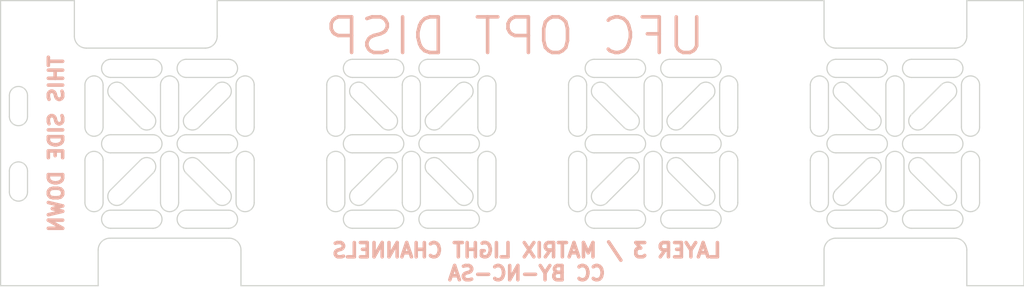
<source format=kicad_pcb>
(kicad_pcb (version 20171130) (host pcbnew "(5.1.4)-1")

  (general
    (thickness 1.6)
    (drawings 295)
    (tracks 0)
    (zones 0)
    (modules 0)
    (nets 1)
  )

  (page A4)
  (layers
    (0 F.Cu signal)
    (31 B.Cu signal)
    (32 B.Adhes user)
    (33 F.Adhes user)
    (34 B.Paste user)
    (35 F.Paste user)
    (36 B.SilkS user)
    (37 F.SilkS user)
    (38 B.Mask user)
    (39 F.Mask user)
    (40 Dwgs.User user)
    (41 Cmts.User user)
    (42 Eco1.User user)
    (43 Eco2.User user)
    (44 Edge.Cuts user)
    (45 Margin user)
    (46 B.CrtYd user)
    (47 F.CrtYd user)
    (48 B.Fab user)
    (49 F.Fab user)
  )

  (setup
    (last_trace_width 0.25)
    (user_trace_width 0.1524)
    (user_trace_width 0.2032)
    (user_trace_width 0.3048)
    (user_trace_width 0.4572)
    (user_trace_width 0.1524)
    (user_trace_width 0.2032)
    (user_trace_width 0.3048)
    (user_trace_width 0.4572)
    (trace_clearance 0.2)
    (zone_clearance 0.508)
    (zone_45_only no)
    (trace_min 0.127)
    (via_size 0.8)
    (via_drill 0.4)
    (via_min_size 0.45)
    (via_min_drill 0.2)
    (user_via 0.45 0.2)
    (user_via 0.45 0.2)
    (uvia_size 0.3)
    (uvia_drill 0.1)
    (uvias_allowed no)
    (uvia_min_size 0.2)
    (uvia_min_drill 0.1)
    (edge_width 0.05)
    (segment_width 0.2)
    (pcb_text_width 0.3)
    (pcb_text_size 1.5 1.5)
    (mod_edge_width 0.12)
    (mod_text_size 1 1)
    (mod_text_width 0.15)
    (pad_size 0.59 0.64)
    (pad_drill 0)
    (pad_to_mask_clearance 0.051)
    (solder_mask_min_width 0.25)
    (aux_axis_origin 101.195 67.75)
    (grid_origin 101.195 67.75)
    (visible_elements 7FFFF7DF)
    (pcbplotparams
      (layerselection 0x010fc_ffffffff)
      (usegerberextensions false)
      (usegerberattributes false)
      (usegerberadvancedattributes false)
      (creategerberjobfile false)
      (excludeedgelayer true)
      (linewidth 0.100000)
      (plotframeref false)
      (viasonmask false)
      (mode 1)
      (useauxorigin false)
      (hpglpennumber 1)
      (hpglpenspeed 20)
      (hpglpendiameter 15.000000)
      (psnegative false)
      (psa4output false)
      (plotreference true)
      (plotvalue true)
      (plotinvisibletext false)
      (padsonsilk false)
      (subtractmaskfromsilk false)
      (outputformat 1)
      (mirror false)
      (drillshape 0)
      (scaleselection 1)
      (outputdirectory "gerber"))
  )

  (net 0 "")

  (net_class Default "This is the default net class."
    (clearance 0.2)
    (trace_width 0.25)
    (via_dia 0.8)
    (via_drill 0.4)
    (uvia_dia 0.3)
    (uvia_drill 0.1)
  )

  (gr_line (start 105.8185 70.9835) (end 107.5965 70.9835) (layer Edge.Cuts) (width 0.05) (tstamp 5FB8B231))
  (gr_line (start 107.5965 70.2215) (end 105.8185 70.2215) (layer Edge.Cuts) (width 0.05) (tstamp 5FB8B230))
  (gr_line (start 101.195 79.75) (end 105.295 79.75) (layer Edge.Cuts) (width 0.05) (tstamp 5FB8AE9A))
  (gr_line (start 144.195 79.75) (end 141.795 79.75) (layer Edge.Cuts) (width 0.05) (tstamp 5FB8AE99))
  (gr_line (start 135.795 79.75) (end 111.295 79.75) (layer Edge.Cuts) (width 0.05) (tstamp 5FB8AE98))
  (gr_line (start 105.295 79.75) (end 105.295 78.25) (layer Edge.Cuts) (width 0.05) (tstamp 5FB8AE97))
  (gr_line (start 111.295 78.25) (end 111.295 79.75) (layer Edge.Cuts) (width 0.05) (tstamp 5FB8AE96))
  (gr_line (start 135.795 67.75) (end 110.295 67.75) (layer Edge.Cuts) (width 0.05) (tstamp 5FB8AE95))
  (gr_arc (start 141.295 78.25) (end 141.795 78.25) (angle -90) (layer Edge.Cuts) (width 0.05) (tstamp 5FB8AE94))
  (gr_line (start 104.295 67.75) (end 104.295 69.25) (layer Edge.Cuts) (width 0.05) (tstamp 5FB8AE93))
  (gr_arc (start 110.795 78.25) (end 111.295 78.25) (angle -90) (layer Edge.Cuts) (width 0.05) (tstamp 5FB8AE92))
  (gr_arc (start 109.795 69.25) (end 109.795 69.75) (angle -90) (layer Edge.Cuts) (width 0.05) (tstamp 5FB8AE91))
  (gr_arc (start 136.295 78.25) (end 136.295 77.75) (angle -90) (layer Edge.Cuts) (width 0.05) (tstamp 5FB8AE90))
  (gr_line (start 141.795 78.25) (end 141.795 79.75) (layer Edge.Cuts) (width 0.05) (tstamp 5FB8AE8F))
  (gr_arc (start 136.295 69.25) (end 135.795 69.25) (angle -90) (layer Edge.Cuts) (width 0.05) (tstamp 5FB8AE8E))
  (gr_line (start 135.795 79.75) (end 135.795 78.25) (layer Edge.Cuts) (width 0.05) (tstamp 5FB8AE8D))
  (gr_line (start 104.295 67.75) (end 101.195 67.75) (layer Edge.Cuts) (width 0.05) (tstamp 5FB8AE8C))
  (gr_line (start 104.795 69.75) (end 109.795 69.75) (layer Edge.Cuts) (width 0.05) (tstamp 5FB8AE8B))
  (gr_arc (start 141.295 69.25) (end 141.295 69.75) (angle -90) (layer Edge.Cuts) (width 0.05) (tstamp 5FB8AE8A))
  (gr_arc (start 105.795 78.25) (end 105.795 77.75) (angle -90) (layer Edge.Cuts) (width 0.05) (tstamp 5FB8AE89))
  (gr_line (start 105.795 77.75) (end 110.795 77.75) (layer Edge.Cuts) (width 0.05) (tstamp 5FB8AE88))
  (gr_arc (start 104.795 69.25) (end 104.295 69.25) (angle -90) (layer Edge.Cuts) (width 0.05) (tstamp 5FB8AE87))
  (gr_line (start 110.295 69.25) (end 110.295 67.75) (layer Edge.Cuts) (width 0.05) (tstamp 5FB8AE86))
  (gr_line (start 101.195 67.75) (end 101.195 79.75) (layer Edge.Cuts) (width 0.05) (tstamp 5FB8AE85))
  (gr_line (start 141.795 69.25) (end 141.795 67.75) (layer Edge.Cuts) (width 0.05) (tstamp 5FB8AE84))
  (gr_line (start 144.195 79.75) (end 144.195 67.75) (layer Edge.Cuts) (width 0.05) (tstamp 5FB8AE83))
  (gr_line (start 135.795 67.75) (end 135.795 69.25) (layer Edge.Cuts) (width 0.05) (tstamp 5FB8AE82))
  (gr_line (start 144.195 67.75) (end 141.795 67.75) (layer Edge.Cuts) (width 0.05) (tstamp 5FB8AE81))
  (gr_line (start 136.295 69.75) (end 141.295 69.75) (layer Edge.Cuts) (width 0.05) (tstamp 5FB8AE80))
  (gr_line (start 141.295 77.75) (end 136.295 77.75) (layer Edge.Cuts) (width 0.05) (tstamp 5FB8AE7F))
  (gr_text "THIS SIDE DOWN" (at 103.5325 73.7775 90) (layer B.SilkS) (tstamp 5FB8AB23)
    (effects (font (size 0.6 0.6) (thickness 0.15)) (justify mirror))
  )
  (gr_arc (start 101.945 74.9205) (end 102.326 74.9205) (angle -180) (layer Edge.Cuts) (width 0.05) (tstamp 5FB8A2E0))
  (gr_arc (start 101.945 75.8095) (end 101.564 75.8095) (angle -180) (layer Edge.Cuts) (width 0.05) (tstamp 5FB8A2DF))
  (gr_line (start 101.564 74.9205) (end 101.564 75.8095) (layer Edge.Cuts) (width 0.05) (tstamp 5FB8A2DE))
  (gr_line (start 102.326 74.9205) (end 102.326 75.8095) (layer Edge.Cuts) (width 0.05) (tstamp 5FB8A2DD))
  (gr_line (start 101.564 71.7455) (end 101.564 72.6345) (layer Edge.Cuts) (width 0.05) (tstamp 5FB8A2D6))
  (gr_line (start 102.326 71.7455) (end 102.326 72.6345) (layer Edge.Cuts) (width 0.05) (tstamp 5FB8A2D5))
  (gr_arc (start 101.945 72.6345) (end 101.564 72.6345) (angle -180) (layer Edge.Cuts) (width 0.05))
  (gr_arc (start 101.945 71.7455) (end 102.326 71.7455) (angle -180) (layer Edge.Cuts) (width 0.05))
  (gr_arc (start 141.95 73.079) (end 141.569 73.079) (angle -180) (layer Edge.Cuts) (width 0.05) (tstamp 5FB8A214))
  (gr_line (start 142.331 73.079) (end 142.331 71.301) (layer Edge.Cuts) (width 0.05) (tstamp 5FB8A213))
  (gr_line (start 139.156 73.079) (end 139.156 71.301) (layer Edge.Cuts) (width 0.05) (tstamp 5FB8A212))
  (gr_arc (start 135.6 73.079) (end 135.219 73.079) (angle -180) (layer Edge.Cuts) (width 0.05) (tstamp 5FB8A211))
  (gr_arc (start 135.6 74.476) (end 135.981 74.476) (angle -180) (layer Edge.Cuts) (width 0.05) (tstamp 5FB8A210))
  (gr_arc (start 138.775 76.254) (end 138.394 76.254) (angle -180) (layer Edge.Cuts) (width 0.05) (tstamp 5FB8A20F))
  (gr_line (start 138.394 74.476) (end 138.394 76.254) (layer Edge.Cuts) (width 0.05) (tstamp 5FB8A20E))
  (gr_line (start 141.569 74.476) (end 141.569 76.254) (layer Edge.Cuts) (width 0.05) (tstamp 5FB8A20D))
  (gr_line (start 135.981 76.254) (end 135.981 74.476) (layer Edge.Cuts) (width 0.05) (tstamp 5FB8A20C))
  (gr_arc (start 141.95 76.254) (end 141.569 76.254) (angle -180) (layer Edge.Cuts) (width 0.05) (tstamp 5FB8A20B))
  (gr_arc (start 141.95 74.476) (end 142.331 74.476) (angle -180) (layer Edge.Cuts) (width 0.05) (tstamp 5FB8A20A))
  (gr_line (start 135.219 71.301) (end 135.219 73.079) (layer Edge.Cuts) (width 0.05) (tstamp 5FB8A209))
  (gr_arc (start 135.6 71.301) (end 135.981 71.301) (angle -180) (layer Edge.Cuts) (width 0.05) (tstamp 5FB8A208))
  (gr_line (start 135.981 73.079) (end 135.981 71.301) (layer Edge.Cuts) (width 0.05) (tstamp 5FB8A207))
  (gr_arc (start 138.775 74.476) (end 139.156 74.476) (angle -180) (layer Edge.Cuts) (width 0.05) (tstamp 5FB8A206))
  (gr_arc (start 138.775 71.301) (end 139.156 71.301) (angle -180) (layer Edge.Cuts) (width 0.05) (tstamp 5FB8A205))
  (gr_line (start 141.569 71.301) (end 141.569 73.079) (layer Edge.Cuts) (width 0.05) (tstamp 5FB8A204))
  (gr_line (start 142.331 76.254) (end 142.331 74.476) (layer Edge.Cuts) (width 0.05) (tstamp 5FB8A203))
  (gr_line (start 138.394 71.301) (end 138.394 73.079) (layer Edge.Cuts) (width 0.05) (tstamp 5FB8A202))
  (gr_line (start 139.156 76.254) (end 139.156 74.476) (layer Edge.Cuts) (width 0.05) (tstamp 5FB8A201))
  (gr_arc (start 138.775 73.079) (end 138.394 73.079) (angle -180) (layer Edge.Cuts) (width 0.05) (tstamp 5FB8A200))
  (gr_arc (start 141.95 71.301) (end 142.331 71.301) (angle -180) (layer Edge.Cuts) (width 0.05) (tstamp 5FB8A1FF))
  (gr_arc (start 139.733882 74.736382) (end 140.00329 74.466974) (angle -180) (layer Edge.Cuts) (width 0.05) (tstamp 5FB8A1FE))
  (gr_line (start 136.289474 71.83079) (end 137.54671 73.088026) (layer Edge.Cuts) (width 0.05) (tstamp 5FB8A1FD))
  (gr_line (start 137.54671 74.466974) (end 136.289474 75.72421) (layer Edge.Cuts) (width 0.05) (tstamp 5FB8A1FC))
  (gr_line (start 140.72171 71.291974) (end 139.464474 72.54921) (layer Edge.Cuts) (width 0.05) (tstamp 5FB8A1FB))
  (gr_line (start 139.4735 74.1585) (end 141.2515 74.1585) (layer Edge.Cuts) (width 0.05) (tstamp 5FB8A1FA))
  (gr_line (start 139.464474 75.00579) (end 140.72171 76.263026) (layer Edge.Cuts) (width 0.05) (tstamp 5FB8A1F9))
  (gr_line (start 136.2985 77.3335) (end 138.0765 77.3335) (layer Edge.Cuts) (width 0.05) (tstamp 5FB8A1F8))
  (gr_arc (start 136.2985 73.7775) (end 136.2985 73.3965) (angle -180) (layer Edge.Cuts) (width 0.05) (tstamp 5FB8A1F7))
  (gr_arc (start 137.816118 74.736382) (end 138.085526 75.00579) (angle -180) (layer Edge.Cuts) (width 0.05) (tstamp 5FB8A1F6))
  (gr_arc (start 141.2515 73.7775) (end 141.2515 74.1585) (angle -180) (layer Edge.Cuts) (width 0.05) (tstamp 5FB8A1F5))
  (gr_arc (start 139.733882 72.818618) (end 139.464474 72.54921) (angle -180) (layer Edge.Cuts) (width 0.05) (tstamp 5FB8A1F4))
  (gr_arc (start 140.991118 71.561382) (end 141.260526 71.83079) (angle -180) (layer Edge.Cuts) (width 0.05) (tstamp 5FB8A1F3))
  (gr_arc (start 135.6 76.254) (end 135.219 76.254) (angle -180) (layer Edge.Cuts) (width 0.05) (tstamp 5FB8A1F2))
  (gr_arc (start 138.0765 73.7775) (end 138.0765 74.1585) (angle -180) (layer Edge.Cuts) (width 0.05) (tstamp 5FB8A1F1))
  (gr_arc (start 141.2515 76.9525) (end 141.2515 77.3335) (angle -180) (layer Edge.Cuts) (width 0.05) (tstamp 5FB8A1F0))
  (gr_line (start 141.2515 73.3965) (end 139.4735 73.3965) (layer Edge.Cuts) (width 0.05) (tstamp 5FB8A1EF))
  (gr_line (start 139.4735 77.3335) (end 141.2515 77.3335) (layer Edge.Cuts) (width 0.05) (tstamp 5FB8A1EE))
  (gr_arc (start 136.2985 70.6025) (end 136.2985 70.2215) (angle -180) (layer Edge.Cuts) (width 0.05) (tstamp 5FB8A1ED))
  (gr_line (start 138.085526 72.54921) (end 136.82829 71.291974) (layer Edge.Cuts) (width 0.05) (tstamp 5FB8A1EC))
  (gr_line (start 141.2515 76.5715) (end 139.4735 76.5715) (layer Edge.Cuts) (width 0.05) (tstamp 5FB8A1EB))
  (gr_arc (start 138.0765 76.9525) (end 138.0765 77.3335) (angle -180) (layer Edge.Cuts) (width 0.05) (tstamp 5FB8A1EA))
  (gr_line (start 138.0765 73.3965) (end 136.2985 73.3965) (layer Edge.Cuts) (width 0.05) (tstamp 5FB8A1E9))
  (gr_line (start 139.4735 70.9835) (end 141.2515 70.9835) (layer Edge.Cuts) (width 0.05) (tstamp 5FB8A1E8))
  (gr_arc (start 136.2985 76.9525) (end 136.2985 76.5715) (angle -180) (layer Edge.Cuts) (width 0.05) (tstamp 5FB8A1E7))
  (gr_line (start 138.0765 76.5715) (end 136.2985 76.5715) (layer Edge.Cuts) (width 0.05) (tstamp 5FB8A1E6))
  (gr_line (start 141.260526 75.72421) (end 140.00329 74.466974) (layer Edge.Cuts) (width 0.05) (tstamp 5FB8A1E5))
  (gr_arc (start 136.558882 71.561382) (end 136.82829 71.291974) (angle -180) (layer Edge.Cuts) (width 0.05) (tstamp 5FB8A1E4))
  (gr_arc (start 138.0765 70.6025) (end 138.0765 70.9835) (angle -180) (layer Edge.Cuts) (width 0.05) (tstamp 5FB8A1E3))
  (gr_line (start 136.2985 74.1585) (end 138.0765 74.1585) (layer Edge.Cuts) (width 0.05) (tstamp 5FB8A1E2))
  (gr_arc (start 136.558882 75.993618) (end 136.289474 75.72421) (angle -180) (layer Edge.Cuts) (width 0.05) (tstamp 5FB8A1E1))
  (gr_arc (start 141.2515 70.6025) (end 141.2515 70.9835) (angle -180) (layer Edge.Cuts) (width 0.05) (tstamp 5FB8A1E0))
  (gr_arc (start 140.991118 75.993618) (end 140.72171 76.263026) (angle -180) (layer Edge.Cuts) (width 0.05) (tstamp 5FB8A1DF))
  (gr_arc (start 137.816118 72.818618) (end 137.54671 73.088026) (angle -180) (layer Edge.Cuts) (width 0.05) (tstamp 5FB8A1DE))
  (gr_line (start 141.2515 70.2215) (end 139.4735 70.2215) (layer Edge.Cuts) (width 0.05) (tstamp 5FB8A1DD))
  (gr_line (start 138.0765 70.2215) (end 136.2985 70.2215) (layer Edge.Cuts) (width 0.05) (tstamp 5FB8A1DC))
  (gr_arc (start 139.4735 73.7775) (end 139.4735 73.3965) (angle -180) (layer Edge.Cuts) (width 0.05) (tstamp 5FB8A1DB))
  (gr_line (start 136.2985 70.9835) (end 138.0765 70.9835) (layer Edge.Cuts) (width 0.05) (tstamp 5FB8A1DA))
  (gr_line (start 135.219 74.476) (end 135.219 76.254) (layer Edge.Cuts) (width 0.05) (tstamp 5FB8A1D9))
  (gr_arc (start 139.4735 76.9525) (end 139.4735 76.5715) (angle -180) (layer Edge.Cuts) (width 0.05) (tstamp 5FB8A1D8))
  (gr_line (start 140.00329 73.088026) (end 141.260526 71.83079) (layer Edge.Cuts) (width 0.05) (tstamp 5FB8A1D7))
  (gr_line (start 136.82829 76.263026) (end 138.085526 75.00579) (layer Edge.Cuts) (width 0.05) (tstamp 5FB8A1D6))
  (gr_arc (start 139.4735 70.6025) (end 139.4735 70.2215) (angle -180) (layer Edge.Cuts) (width 0.05) (tstamp 5FB8A1D5))
  (gr_arc (start 131.79 73.079) (end 131.409 73.079) (angle -180) (layer Edge.Cuts) (width 0.05) (tstamp 5FB8A214))
  (gr_line (start 132.171 73.079) (end 132.171 71.301) (layer Edge.Cuts) (width 0.05) (tstamp 5FB8A213))
  (gr_line (start 128.996 73.079) (end 128.996 71.301) (layer Edge.Cuts) (width 0.05) (tstamp 5FB8A212))
  (gr_arc (start 125.44 73.079) (end 125.059 73.079) (angle -180) (layer Edge.Cuts) (width 0.05) (tstamp 5FB8A211))
  (gr_arc (start 125.44 74.476) (end 125.821 74.476) (angle -180) (layer Edge.Cuts) (width 0.05) (tstamp 5FB8A210))
  (gr_arc (start 128.615 76.254) (end 128.234 76.254) (angle -180) (layer Edge.Cuts) (width 0.05) (tstamp 5FB8A20F))
  (gr_line (start 128.234 74.476) (end 128.234 76.254) (layer Edge.Cuts) (width 0.05) (tstamp 5FB8A20E))
  (gr_line (start 131.409 74.476) (end 131.409 76.254) (layer Edge.Cuts) (width 0.05) (tstamp 5FB8A20D))
  (gr_line (start 125.821 76.254) (end 125.821 74.476) (layer Edge.Cuts) (width 0.05) (tstamp 5FB8A20C))
  (gr_arc (start 131.79 76.254) (end 131.409 76.254) (angle -180) (layer Edge.Cuts) (width 0.05) (tstamp 5FB8A20B))
  (gr_arc (start 131.79 74.476) (end 132.171 74.476) (angle -180) (layer Edge.Cuts) (width 0.05) (tstamp 5FB8A20A))
  (gr_line (start 125.059 71.301) (end 125.059 73.079) (layer Edge.Cuts) (width 0.05) (tstamp 5FB8A209))
  (gr_arc (start 125.44 71.301) (end 125.821 71.301) (angle -180) (layer Edge.Cuts) (width 0.05) (tstamp 5FB8A208))
  (gr_line (start 125.821 73.079) (end 125.821 71.301) (layer Edge.Cuts) (width 0.05) (tstamp 5FB8A207))
  (gr_arc (start 128.615 74.476) (end 128.996 74.476) (angle -180) (layer Edge.Cuts) (width 0.05) (tstamp 5FB8A206))
  (gr_arc (start 128.615 71.301) (end 128.996 71.301) (angle -180) (layer Edge.Cuts) (width 0.05) (tstamp 5FB8A205))
  (gr_line (start 131.409 71.301) (end 131.409 73.079) (layer Edge.Cuts) (width 0.05) (tstamp 5FB8A204))
  (gr_line (start 132.171 76.254) (end 132.171 74.476) (layer Edge.Cuts) (width 0.05) (tstamp 5FB8A203))
  (gr_line (start 128.234 71.301) (end 128.234 73.079) (layer Edge.Cuts) (width 0.05) (tstamp 5FB8A202))
  (gr_line (start 128.996 76.254) (end 128.996 74.476) (layer Edge.Cuts) (width 0.05) (tstamp 5FB8A201))
  (gr_arc (start 128.615 73.079) (end 128.234 73.079) (angle -180) (layer Edge.Cuts) (width 0.05) (tstamp 5FB8A200))
  (gr_arc (start 131.79 71.301) (end 132.171 71.301) (angle -180) (layer Edge.Cuts) (width 0.05) (tstamp 5FB8A1FF))
  (gr_arc (start 129.573882 74.736382) (end 129.84329 74.466974) (angle -180) (layer Edge.Cuts) (width 0.05) (tstamp 5FB8A1FE))
  (gr_line (start 126.129474 71.83079) (end 127.38671 73.088026) (layer Edge.Cuts) (width 0.05) (tstamp 5FB8A1FD))
  (gr_line (start 127.38671 74.466974) (end 126.129474 75.72421) (layer Edge.Cuts) (width 0.05) (tstamp 5FB8A1FC))
  (gr_line (start 130.56171 71.291974) (end 129.304474 72.54921) (layer Edge.Cuts) (width 0.05) (tstamp 5FB8A1FB))
  (gr_line (start 129.3135 74.1585) (end 131.0915 74.1585) (layer Edge.Cuts) (width 0.05) (tstamp 5FB8A1FA))
  (gr_line (start 129.304474 75.00579) (end 130.56171 76.263026) (layer Edge.Cuts) (width 0.05) (tstamp 5FB8A1F9))
  (gr_line (start 126.1385 77.3335) (end 127.9165 77.3335) (layer Edge.Cuts) (width 0.05) (tstamp 5FB8A1F8))
  (gr_arc (start 126.1385 73.7775) (end 126.1385 73.3965) (angle -180) (layer Edge.Cuts) (width 0.05) (tstamp 5FB8A1F7))
  (gr_arc (start 127.656118 74.736382) (end 127.925526 75.00579) (angle -180) (layer Edge.Cuts) (width 0.05) (tstamp 5FB8A1F6))
  (gr_arc (start 131.0915 73.7775) (end 131.0915 74.1585) (angle -180) (layer Edge.Cuts) (width 0.05) (tstamp 5FB8A1F5))
  (gr_arc (start 129.573882 72.818618) (end 129.304474 72.54921) (angle -180) (layer Edge.Cuts) (width 0.05) (tstamp 5FB8A1F4))
  (gr_arc (start 130.831118 71.561382) (end 131.100526 71.83079) (angle -180) (layer Edge.Cuts) (width 0.05) (tstamp 5FB8A1F3))
  (gr_arc (start 125.44 76.254) (end 125.059 76.254) (angle -180) (layer Edge.Cuts) (width 0.05) (tstamp 5FB8A1F2))
  (gr_arc (start 127.9165 73.7775) (end 127.9165 74.1585) (angle -180) (layer Edge.Cuts) (width 0.05) (tstamp 5FB8A1F1))
  (gr_arc (start 131.0915 76.9525) (end 131.0915 77.3335) (angle -180) (layer Edge.Cuts) (width 0.05) (tstamp 5FB8A1F0))
  (gr_line (start 131.0915 73.3965) (end 129.3135 73.3965) (layer Edge.Cuts) (width 0.05) (tstamp 5FB8A1EF))
  (gr_line (start 129.3135 77.3335) (end 131.0915 77.3335) (layer Edge.Cuts) (width 0.05) (tstamp 5FB8A1EE))
  (gr_arc (start 126.1385 70.6025) (end 126.1385 70.2215) (angle -180) (layer Edge.Cuts) (width 0.05) (tstamp 5FB8A1ED))
  (gr_line (start 127.925526 72.54921) (end 126.66829 71.291974) (layer Edge.Cuts) (width 0.05) (tstamp 5FB8A1EC))
  (gr_line (start 131.0915 76.5715) (end 129.3135 76.5715) (layer Edge.Cuts) (width 0.05) (tstamp 5FB8A1EB))
  (gr_arc (start 127.9165 76.9525) (end 127.9165 77.3335) (angle -180) (layer Edge.Cuts) (width 0.05) (tstamp 5FB8A1EA))
  (gr_line (start 127.9165 73.3965) (end 126.1385 73.3965) (layer Edge.Cuts) (width 0.05) (tstamp 5FB8A1E9))
  (gr_line (start 129.3135 70.9835) (end 131.0915 70.9835) (layer Edge.Cuts) (width 0.05) (tstamp 5FB8A1E8))
  (gr_arc (start 126.1385 76.9525) (end 126.1385 76.5715) (angle -180) (layer Edge.Cuts) (width 0.05) (tstamp 5FB8A1E7))
  (gr_line (start 127.9165 76.5715) (end 126.1385 76.5715) (layer Edge.Cuts) (width 0.05) (tstamp 5FB8A1E6))
  (gr_line (start 131.100526 75.72421) (end 129.84329 74.466974) (layer Edge.Cuts) (width 0.05) (tstamp 5FB8A1E5))
  (gr_arc (start 126.398882 71.561382) (end 126.66829 71.291974) (angle -180) (layer Edge.Cuts) (width 0.05) (tstamp 5FB8A1E4))
  (gr_arc (start 127.9165 70.6025) (end 127.9165 70.9835) (angle -180) (layer Edge.Cuts) (width 0.05) (tstamp 5FB8A1E3))
  (gr_line (start 126.1385 74.1585) (end 127.9165 74.1585) (layer Edge.Cuts) (width 0.05) (tstamp 5FB8A1E2))
  (gr_arc (start 126.398882 75.993618) (end 126.129474 75.72421) (angle -180) (layer Edge.Cuts) (width 0.05) (tstamp 5FB8A1E1))
  (gr_arc (start 131.0915 70.6025) (end 131.0915 70.9835) (angle -180) (layer Edge.Cuts) (width 0.05) (tstamp 5FB8A1E0))
  (gr_arc (start 130.831118 75.993618) (end 130.56171 76.263026) (angle -180) (layer Edge.Cuts) (width 0.05) (tstamp 5FB8A1DF))
  (gr_arc (start 127.656118 72.818618) (end 127.38671 73.088026) (angle -180) (layer Edge.Cuts) (width 0.05) (tstamp 5FB8A1DE))
  (gr_line (start 131.0915 70.2215) (end 129.3135 70.2215) (layer Edge.Cuts) (width 0.05) (tstamp 5FB8A1DD))
  (gr_line (start 127.9165 70.2215) (end 126.1385 70.2215) (layer Edge.Cuts) (width 0.05) (tstamp 5FB8A1DC))
  (gr_arc (start 129.3135 73.7775) (end 129.3135 73.3965) (angle -180) (layer Edge.Cuts) (width 0.05) (tstamp 5FB8A1DB))
  (gr_line (start 126.1385 70.9835) (end 127.9165 70.9835) (layer Edge.Cuts) (width 0.05) (tstamp 5FB8A1DA))
  (gr_line (start 125.059 74.476) (end 125.059 76.254) (layer Edge.Cuts) (width 0.05) (tstamp 5FB8A1D9))
  (gr_arc (start 129.3135 76.9525) (end 129.3135 76.5715) (angle -180) (layer Edge.Cuts) (width 0.05) (tstamp 5FB8A1D8))
  (gr_line (start 129.84329 73.088026) (end 131.100526 71.83079) (layer Edge.Cuts) (width 0.05) (tstamp 5FB8A1D7))
  (gr_line (start 126.66829 76.263026) (end 127.925526 75.00579) (layer Edge.Cuts) (width 0.05) (tstamp 5FB8A1D6))
  (gr_arc (start 129.3135 70.6025) (end 129.3135 70.2215) (angle -180) (layer Edge.Cuts) (width 0.05) (tstamp 5FB8A1D5))
  (gr_arc (start 121.63 73.079) (end 121.249 73.079) (angle -180) (layer Edge.Cuts) (width 0.05) (tstamp 5FB8A214))
  (gr_line (start 122.011 73.079) (end 122.011 71.301) (layer Edge.Cuts) (width 0.05) (tstamp 5FB8A213))
  (gr_line (start 118.836 73.079) (end 118.836 71.301) (layer Edge.Cuts) (width 0.05) (tstamp 5FB8A212))
  (gr_arc (start 115.28 73.079) (end 114.899 73.079) (angle -180) (layer Edge.Cuts) (width 0.05) (tstamp 5FB8A211))
  (gr_arc (start 115.28 74.476) (end 115.661 74.476) (angle -180) (layer Edge.Cuts) (width 0.05) (tstamp 5FB8A210))
  (gr_arc (start 118.455 76.254) (end 118.074 76.254) (angle -180) (layer Edge.Cuts) (width 0.05) (tstamp 5FB8A20F))
  (gr_line (start 118.074 74.476) (end 118.074 76.254) (layer Edge.Cuts) (width 0.05) (tstamp 5FB8A20E))
  (gr_line (start 121.249 74.476) (end 121.249 76.254) (layer Edge.Cuts) (width 0.05) (tstamp 5FB8A20D))
  (gr_line (start 115.661 76.254) (end 115.661 74.476) (layer Edge.Cuts) (width 0.05) (tstamp 5FB8A20C))
  (gr_arc (start 121.63 76.254) (end 121.249 76.254) (angle -180) (layer Edge.Cuts) (width 0.05) (tstamp 5FB8A20B))
  (gr_arc (start 121.63 74.476) (end 122.011 74.476) (angle -180) (layer Edge.Cuts) (width 0.05) (tstamp 5FB8A20A))
  (gr_line (start 114.899 71.301) (end 114.899 73.079) (layer Edge.Cuts) (width 0.05) (tstamp 5FB8A209))
  (gr_arc (start 115.28 71.301) (end 115.661 71.301) (angle -180) (layer Edge.Cuts) (width 0.05) (tstamp 5FB8A208))
  (gr_line (start 115.661 73.079) (end 115.661 71.301) (layer Edge.Cuts) (width 0.05) (tstamp 5FB8A207))
  (gr_arc (start 118.455 74.476) (end 118.836 74.476) (angle -180) (layer Edge.Cuts) (width 0.05) (tstamp 5FB8A206))
  (gr_arc (start 118.455 71.301) (end 118.836 71.301) (angle -180) (layer Edge.Cuts) (width 0.05) (tstamp 5FB8A205))
  (gr_line (start 121.249 71.301) (end 121.249 73.079) (layer Edge.Cuts) (width 0.05) (tstamp 5FB8A204))
  (gr_line (start 122.011 76.254) (end 122.011 74.476) (layer Edge.Cuts) (width 0.05) (tstamp 5FB8A203))
  (gr_line (start 118.074 71.301) (end 118.074 73.079) (layer Edge.Cuts) (width 0.05) (tstamp 5FB8A202))
  (gr_line (start 118.836 76.254) (end 118.836 74.476) (layer Edge.Cuts) (width 0.05) (tstamp 5FB8A201))
  (gr_arc (start 118.455 73.079) (end 118.074 73.079) (angle -180) (layer Edge.Cuts) (width 0.05) (tstamp 5FB8A200))
  (gr_arc (start 121.63 71.301) (end 122.011 71.301) (angle -180) (layer Edge.Cuts) (width 0.05) (tstamp 5FB8A1FF))
  (gr_arc (start 119.413882 74.736382) (end 119.68329 74.466974) (angle -180) (layer Edge.Cuts) (width 0.05) (tstamp 5FB8A1FE))
  (gr_line (start 115.969474 71.83079) (end 117.22671 73.088026) (layer Edge.Cuts) (width 0.05) (tstamp 5FB8A1FD))
  (gr_line (start 117.22671 74.466974) (end 115.969474 75.72421) (layer Edge.Cuts) (width 0.05) (tstamp 5FB8A1FC))
  (gr_line (start 120.40171 71.291974) (end 119.144474 72.54921) (layer Edge.Cuts) (width 0.05) (tstamp 5FB8A1FB))
  (gr_line (start 119.1535 74.1585) (end 120.9315 74.1585) (layer Edge.Cuts) (width 0.05) (tstamp 5FB8A1FA))
  (gr_line (start 119.144474 75.00579) (end 120.40171 76.263026) (layer Edge.Cuts) (width 0.05) (tstamp 5FB8A1F9))
  (gr_line (start 115.9785 77.3335) (end 117.7565 77.3335) (layer Edge.Cuts) (width 0.05) (tstamp 5FB8A1F8))
  (gr_arc (start 115.9785 73.7775) (end 115.9785 73.3965) (angle -180) (layer Edge.Cuts) (width 0.05) (tstamp 5FB8A1F7))
  (gr_arc (start 117.496118 74.736382) (end 117.765526 75.00579) (angle -180) (layer Edge.Cuts) (width 0.05) (tstamp 5FB8A1F6))
  (gr_arc (start 120.9315 73.7775) (end 120.9315 74.1585) (angle -180) (layer Edge.Cuts) (width 0.05) (tstamp 5FB8A1F5))
  (gr_arc (start 119.413882 72.818618) (end 119.144474 72.54921) (angle -180) (layer Edge.Cuts) (width 0.05) (tstamp 5FB8A1F4))
  (gr_arc (start 120.671118 71.561382) (end 120.940526 71.83079) (angle -180) (layer Edge.Cuts) (width 0.05) (tstamp 5FB8A1F3))
  (gr_arc (start 115.28 76.254) (end 114.899 76.254) (angle -180) (layer Edge.Cuts) (width 0.05) (tstamp 5FB8A1F2))
  (gr_arc (start 117.7565 73.7775) (end 117.7565 74.1585) (angle -180) (layer Edge.Cuts) (width 0.05) (tstamp 5FB8A1F1))
  (gr_arc (start 120.9315 76.9525) (end 120.9315 77.3335) (angle -180) (layer Edge.Cuts) (width 0.05) (tstamp 5FB8A1F0))
  (gr_line (start 120.9315 73.3965) (end 119.1535 73.3965) (layer Edge.Cuts) (width 0.05) (tstamp 5FB8A1EF))
  (gr_line (start 119.1535 77.3335) (end 120.9315 77.3335) (layer Edge.Cuts) (width 0.05) (tstamp 5FB8A1EE))
  (gr_arc (start 115.9785 70.6025) (end 115.9785 70.2215) (angle -180) (layer Edge.Cuts) (width 0.05) (tstamp 5FB8A1ED))
  (gr_line (start 117.765526 72.54921) (end 116.50829 71.291974) (layer Edge.Cuts) (width 0.05) (tstamp 5FB8A1EC))
  (gr_line (start 120.9315 76.5715) (end 119.1535 76.5715) (layer Edge.Cuts) (width 0.05) (tstamp 5FB8A1EB))
  (gr_arc (start 117.7565 76.9525) (end 117.7565 77.3335) (angle -180) (layer Edge.Cuts) (width 0.05) (tstamp 5FB8A1EA))
  (gr_line (start 117.7565 73.3965) (end 115.9785 73.3965) (layer Edge.Cuts) (width 0.05) (tstamp 5FB8A1E9))
  (gr_line (start 119.1535 70.9835) (end 120.9315 70.9835) (layer Edge.Cuts) (width 0.05) (tstamp 5FB8A1E8))
  (gr_arc (start 115.9785 76.9525) (end 115.9785 76.5715) (angle -180) (layer Edge.Cuts) (width 0.05) (tstamp 5FB8A1E7))
  (gr_line (start 117.7565 76.5715) (end 115.9785 76.5715) (layer Edge.Cuts) (width 0.05) (tstamp 5FB8A1E6))
  (gr_line (start 120.940526 75.72421) (end 119.68329 74.466974) (layer Edge.Cuts) (width 0.05) (tstamp 5FB8A1E5))
  (gr_arc (start 116.238882 71.561382) (end 116.50829 71.291974) (angle -180) (layer Edge.Cuts) (width 0.05) (tstamp 5FB8A1E4))
  (gr_arc (start 117.7565 70.6025) (end 117.7565 70.9835) (angle -180) (layer Edge.Cuts) (width 0.05) (tstamp 5FB8A1E3))
  (gr_line (start 115.9785 74.1585) (end 117.7565 74.1585) (layer Edge.Cuts) (width 0.05) (tstamp 5FB8A1E2))
  (gr_arc (start 116.238882 75.993618) (end 115.969474 75.72421) (angle -180) (layer Edge.Cuts) (width 0.05) (tstamp 5FB8A1E1))
  (gr_arc (start 120.9315 70.6025) (end 120.9315 70.9835) (angle -180) (layer Edge.Cuts) (width 0.05) (tstamp 5FB8A1E0))
  (gr_arc (start 120.671118 75.993618) (end 120.40171 76.263026) (angle -180) (layer Edge.Cuts) (width 0.05) (tstamp 5FB8A1DF))
  (gr_arc (start 117.496118 72.818618) (end 117.22671 73.088026) (angle -180) (layer Edge.Cuts) (width 0.05) (tstamp 5FB8A1DE))
  (gr_line (start 120.9315 70.2215) (end 119.1535 70.2215) (layer Edge.Cuts) (width 0.05) (tstamp 5FB8A1DD))
  (gr_line (start 117.7565 70.2215) (end 115.9785 70.2215) (layer Edge.Cuts) (width 0.05) (tstamp 5FB8A1DC))
  (gr_arc (start 119.1535 73.7775) (end 119.1535 73.3965) (angle -180) (layer Edge.Cuts) (width 0.05) (tstamp 5FB8A1DB))
  (gr_line (start 115.9785 70.9835) (end 117.7565 70.9835) (layer Edge.Cuts) (width 0.05) (tstamp 5FB8A1DA))
  (gr_line (start 114.899 74.476) (end 114.899 76.254) (layer Edge.Cuts) (width 0.05) (tstamp 5FB8A1D9))
  (gr_arc (start 119.1535 76.9525) (end 119.1535 76.5715) (angle -180) (layer Edge.Cuts) (width 0.05) (tstamp 5FB8A1D8))
  (gr_line (start 119.68329 73.088026) (end 120.940526 71.83079) (layer Edge.Cuts) (width 0.05) (tstamp 5FB8A1D7))
  (gr_line (start 116.50829 76.263026) (end 117.765526 75.00579) (layer Edge.Cuts) (width 0.05) (tstamp 5FB8A1D6))
  (gr_arc (start 119.1535 70.6025) (end 119.1535 70.2215) (angle -180) (layer Edge.Cuts) (width 0.05) (tstamp 5FB8A1D5))
  (gr_arc (start 110.7715 73.7775) (end 110.7715 74.1585) (angle -180) (layer Edge.Cuts) (width 0.05) (tstamp 5FB8A147))
  (gr_line (start 108.9935 74.1585) (end 110.7715 74.1585) (layer Edge.Cuts) (width 0.05) (tstamp 5FB8A146))
  (gr_arc (start 108.9935 73.7775) (end 108.9935 73.3965) (angle -180) (layer Edge.Cuts) (width 0.05) (tstamp 5FB8A145))
  (gr_line (start 110.7715 73.3965) (end 108.9935 73.3965) (layer Edge.Cuts) (width 0.05) (tstamp 5FB8A144))
  (gr_arc (start 110.7715 76.9525) (end 110.7715 77.3335) (angle -180) (layer Edge.Cuts) (width 0.05) (tstamp 5FB8A147))
  (gr_line (start 108.9935 77.3335) (end 110.7715 77.3335) (layer Edge.Cuts) (width 0.05) (tstamp 5FB8A146))
  (gr_arc (start 108.9935 76.9525) (end 108.9935 76.5715) (angle -180) (layer Edge.Cuts) (width 0.05) (tstamp 5FB8A145))
  (gr_line (start 110.7715 76.5715) (end 108.9935 76.5715) (layer Edge.Cuts) (width 0.05) (tstamp 5FB8A144))
  (gr_arc (start 107.5965 76.9525) (end 107.5965 77.3335) (angle -180) (layer Edge.Cuts) (width 0.05) (tstamp 5FB8A147))
  (gr_line (start 105.8185 77.3335) (end 107.5965 77.3335) (layer Edge.Cuts) (width 0.05) (tstamp 5FB8A146))
  (gr_arc (start 105.8185 76.9525) (end 105.8185 76.5715) (angle -180) (layer Edge.Cuts) (width 0.05) (tstamp 5FB8A145))
  (gr_line (start 107.5965 76.5715) (end 105.8185 76.5715) (layer Edge.Cuts) (width 0.05) (tstamp 5FB8A144))
  (gr_arc (start 107.5965 73.7775) (end 107.5965 74.1585) (angle -180) (layer Edge.Cuts) (width 0.05) (tstamp 5FB8A147))
  (gr_line (start 105.8185 74.1585) (end 107.5965 74.1585) (layer Edge.Cuts) (width 0.05) (tstamp 5FB8A146))
  (gr_arc (start 105.8185 73.7775) (end 105.8185 73.3965) (angle -180) (layer Edge.Cuts) (width 0.05) (tstamp 5FB8A145))
  (gr_line (start 107.5965 73.3965) (end 105.8185 73.3965) (layer Edge.Cuts) (width 0.05) (tstamp 5FB8A144))
  (gr_arc (start 110.7715 70.6025) (end 110.7715 70.9835) (angle -180) (layer Edge.Cuts) (width 0.05) (tstamp 5FB8A147))
  (gr_line (start 108.9935 70.9835) (end 110.7715 70.9835) (layer Edge.Cuts) (width 0.05) (tstamp 5FB8A146))
  (gr_arc (start 108.9935 70.6025) (end 108.9935 70.2215) (angle -180) (layer Edge.Cuts) (width 0.05) (tstamp 5FB8A145))
  (gr_line (start 110.7715 70.2215) (end 108.9935 70.2215) (layer Edge.Cuts) (width 0.05) (tstamp 5FB8A144))
  (gr_arc (start 107.5965 70.6025) (end 107.5965 70.9835) (angle -180) (layer Edge.Cuts) (width 0.05) (tstamp 5FB8A147))
  (gr_arc (start 105.8185 70.6025) (end 105.8185 70.2215) (angle -180) (layer Edge.Cuts) (width 0.05) (tstamp 5FB8A145))
  (gr_arc (start 110.511118 71.561382) (end 110.780526 71.83079) (angle -180) (layer Edge.Cuts) (width 0.05) (tstamp 5FB8A147))
  (gr_line (start 109.52329 73.088026) (end 110.780526 71.83079) (layer Edge.Cuts) (width 0.05) (tstamp 5FB8A146))
  (gr_arc (start 109.253882 72.818618) (end 108.984474 72.54921) (angle -180) (layer Edge.Cuts) (width 0.05) (tstamp 5FB8A145))
  (gr_line (start 110.24171 71.291974) (end 108.984474 72.54921) (layer Edge.Cuts) (width 0.05) (tstamp 5FB8A144))
  (gr_arc (start 107.336118 74.736382) (end 107.605526 75.00579) (angle -180) (layer Edge.Cuts) (width 0.05) (tstamp 5FB8A147))
  (gr_line (start 106.34829 76.263026) (end 107.605526 75.00579) (layer Edge.Cuts) (width 0.05) (tstamp 5FB8A146))
  (gr_arc (start 106.078882 75.993618) (end 105.809474 75.72421) (angle -180) (layer Edge.Cuts) (width 0.05) (tstamp 5FB8A145))
  (gr_line (start 107.06671 74.466974) (end 105.809474 75.72421) (layer Edge.Cuts) (width 0.05) (tstamp 5FB8A144))
  (gr_arc (start 110.511118 75.993618) (end 110.24171 76.263026) (angle -180) (layer Edge.Cuts) (width 0.05) (tstamp 5FB8A147))
  (gr_line (start 108.984474 75.00579) (end 110.24171 76.263026) (layer Edge.Cuts) (width 0.05) (tstamp 5FB8A146))
  (gr_arc (start 109.253882 74.736382) (end 109.52329 74.466974) (angle -180) (layer Edge.Cuts) (width 0.05) (tstamp 5FB8A145))
  (gr_line (start 110.780526 75.72421) (end 109.52329 74.466974) (layer Edge.Cuts) (width 0.05) (tstamp 5FB8A144))
  (gr_arc (start 107.336118 72.818618) (end 107.06671 73.088026) (angle -180) (layer Edge.Cuts) (width 0.05) (tstamp 5FB8A147))
  (gr_line (start 105.809474 71.83079) (end 107.06671 73.088026) (layer Edge.Cuts) (width 0.05) (tstamp 5FB8A146))
  (gr_arc (start 106.078882 71.561382) (end 106.34829 71.291974) (angle -180) (layer Edge.Cuts) (width 0.05) (tstamp 5FB8A145))
  (gr_line (start 107.605526 72.54921) (end 106.34829 71.291974) (layer Edge.Cuts) (width 0.05) (tstamp 5FB8A144))
  (gr_arc (start 105.12 76.254) (end 104.739 76.254) (angle -180) (layer Edge.Cuts) (width 0.05) (tstamp 5FB8A147))
  (gr_line (start 104.739 74.476) (end 104.739 76.254) (layer Edge.Cuts) (width 0.05) (tstamp 5FB8A146))
  (gr_arc (start 105.12 74.476) (end 105.501 74.476) (angle -180) (layer Edge.Cuts) (width 0.05) (tstamp 5FB8A145))
  (gr_line (start 105.501 76.254) (end 105.501 74.476) (layer Edge.Cuts) (width 0.05) (tstamp 5FB8A144))
  (gr_arc (start 108.295 76.254) (end 107.914 76.254) (angle -180) (layer Edge.Cuts) (width 0.05) (tstamp 5FB8A147))
  (gr_line (start 107.914 74.476) (end 107.914 76.254) (layer Edge.Cuts) (width 0.05) (tstamp 5FB8A146))
  (gr_arc (start 108.295 74.476) (end 108.676 74.476) (angle -180) (layer Edge.Cuts) (width 0.05) (tstamp 5FB8A145))
  (gr_line (start 108.676 76.254) (end 108.676 74.476) (layer Edge.Cuts) (width 0.05) (tstamp 5FB8A144))
  (gr_arc (start 111.47 76.254) (end 111.089 76.254) (angle -180) (layer Edge.Cuts) (width 0.05) (tstamp 5FB8A147))
  (gr_line (start 111.089 74.476) (end 111.089 76.254) (layer Edge.Cuts) (width 0.05) (tstamp 5FB8A146))
  (gr_arc (start 111.47 74.476) (end 111.851 74.476) (angle -180) (layer Edge.Cuts) (width 0.05) (tstamp 5FB8A145))
  (gr_line (start 111.851 76.254) (end 111.851 74.476) (layer Edge.Cuts) (width 0.05) (tstamp 5FB8A144))
  (gr_arc (start 111.47 73.079) (end 111.089 73.079) (angle -180) (layer Edge.Cuts) (width 0.05) (tstamp 5FB8A147))
  (gr_line (start 111.089 71.301) (end 111.089 73.079) (layer Edge.Cuts) (width 0.05) (tstamp 5FB8A146))
  (gr_arc (start 111.47 71.301) (end 111.851 71.301) (angle -180) (layer Edge.Cuts) (width 0.05) (tstamp 5FB8A145))
  (gr_line (start 111.851 73.079) (end 111.851 71.301) (layer Edge.Cuts) (width 0.05) (tstamp 5FB8A144))
  (gr_arc (start 108.295 73.079) (end 107.914 73.079) (angle -180) (layer Edge.Cuts) (width 0.05) (tstamp 5FB8A147))
  (gr_line (start 107.914 71.301) (end 107.914 73.079) (layer Edge.Cuts) (width 0.05) (tstamp 5FB8A146))
  (gr_arc (start 108.295 71.301) (end 108.676 71.301) (angle -180) (layer Edge.Cuts) (width 0.05) (tstamp 5FB8A145))
  (gr_line (start 108.676 73.079) (end 108.676 71.301) (layer Edge.Cuts) (width 0.05) (tstamp 5FB8A144))
  (gr_line (start 104.739 71.301) (end 104.739 73.079) (layer Edge.Cuts) (width 0.05) (tstamp 5FB8A13F))
  (gr_line (start 105.501 73.079) (end 105.501 71.301) (layer Edge.Cuts) (width 0.05) (tstamp 5FB8A13E))
  (gr_arc (start 105.12 73.079) (end 104.739 73.079) (angle -180) (layer Edge.Cuts) (width 0.05))
  (gr_arc (start 105.12 71.301) (end 105.501 71.301) (angle -180) (layer Edge.Cuts) (width 0.05))
  (gr_text "LAYER 3 / MATRIX LIGHT CHANNELS\nCC BY-NC-SA" (at 123.301 78.748) (layer B.SilkS) (tstamp 5FB89D72)
    (effects (font (size 0.6 0.6) (thickness 0.15)) (justify mirror))
  )
  (gr_text "UFC OPT DISP" (at 122.801 69.248) (layer B.SilkS) (tstamp 5FB89D71)
    (effects (font (size 1.5 1.5) (thickness 0.15)) (justify mirror))
  )

)

</source>
